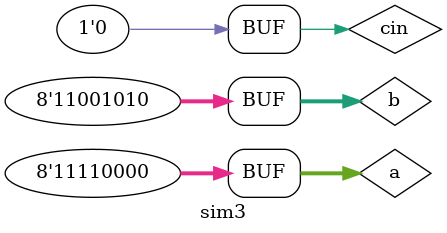
<source format=v>
`timescale 1ns / 1ps


module sim3(

    );
   reg [7:0]a;
    reg [7:0]b ;
    reg cin;
    wire [7:0] s ;
    wire G,P ;
    
    eight_bits_adder add (a,b,cin,s,G,P);
    
    initial begin
        a = 8'b11110000;
        b = 8'b11001010;
        cin = 0;
     end
     
    
endmodule

</source>
